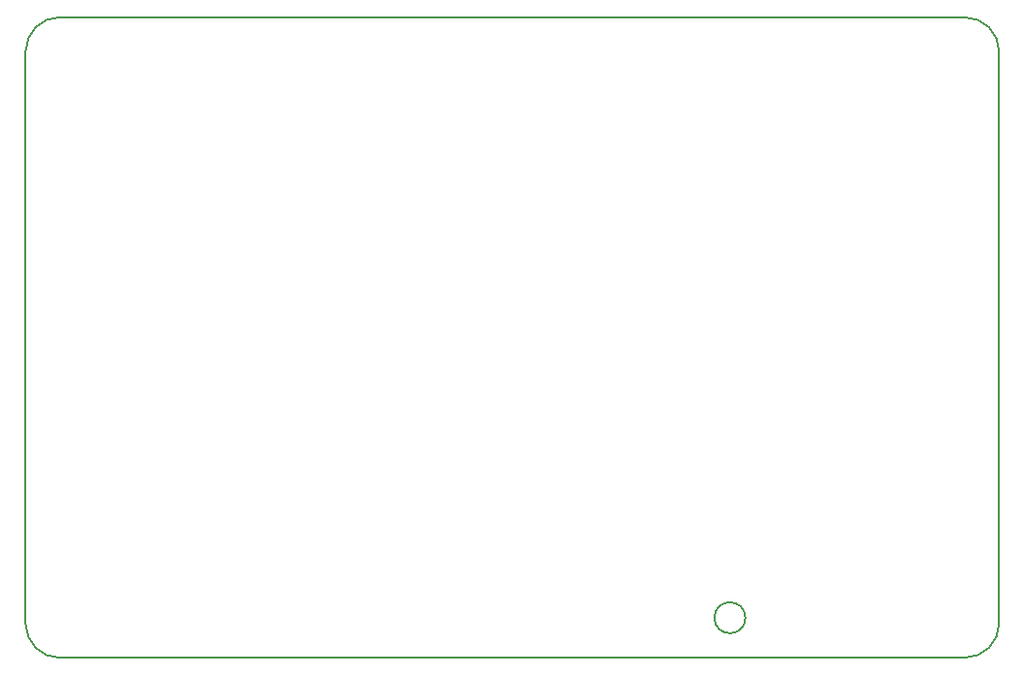
<source format=gbr>
G04 #@! TF.GenerationSoftware,KiCad,Pcbnew,(5.1.5)-3*
G04 #@! TF.CreationDate,2020-10-24T17:43:55+02:00*
G04 #@! TF.ProjectId,res_hat,7265735f-6861-4742-9e6b-696361645f70,rev?*
G04 #@! TF.SameCoordinates,Original*
G04 #@! TF.FileFunction,Profile,NP*
%FSLAX46Y46*%
G04 Gerber Fmt 4.6, Leading zero omitted, Abs format (unit mm)*
G04 Created by KiCad (PCBNEW (5.1.5)-3) date 2020-10-24 17:43:55*
%MOMM*%
%LPD*%
G04 APERTURE LIST*
%ADD10C,0.200000*%
G04 APERTURE END LIST*
D10*
X146879999Y-151290001D02*
G75*
G02X143880000Y-154290000I-2999997J-2D01*
G01*
X61879999Y-101289999D02*
G75*
G02X64880000Y-98290000I2999998J1D01*
G01*
X146880000Y-151290000D02*
X146880000Y-101290000D01*
X124730000Y-150790001D02*
G75*
G03X124730000Y-150790001I-1350000J0D01*
G01*
X64880000Y-154290000D02*
X143880000Y-154290000D01*
X143880000Y-98290000D02*
X64880000Y-98290000D01*
X64879998Y-154290000D02*
G75*
G02X61880000Y-151290000I-1J2999997D01*
G01*
X143880000Y-98290000D02*
G75*
G02X146880000Y-101290000I2J-2999998D01*
G01*
X61880000Y-101290000D02*
X61880000Y-151290000D01*
M02*

</source>
